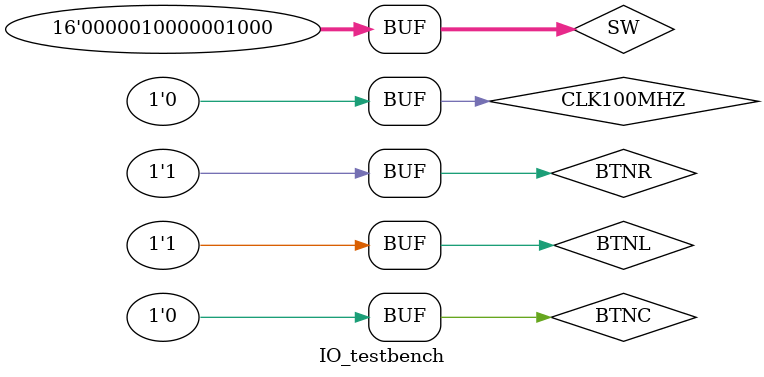
<source format=sv>
`timescale 1ns / 1ps
module IO_testbench(
    
    );
    logic CLK100MHZ, BTNC; // reset
    logic BTNL, BTNR;
    logic [15:0] SW;
    logic [7:0] AN;
    logic [6:0] A2G;
    
    // instantiate device to be tested
    IO_top T(CLK100MHZ, BTNC, BTNL, BTNR, SW, AN, A2G);
    
    // initial test
    initial
        begin
            #0; BTNC <= 1;
            #6; BTNC <= 0;
            #2; BTNL <= 1; BTNR <= 1;
            #2; SW <= 16'b00000100_00001000; // 4 + 8
        end
    
    // generate clock to sequence tests
    always
        begin
            CLK100MHZ <= 1;
            # 5;
            CLK100MHZ <= 0;
            # 5;
        end
endmodule

</source>
